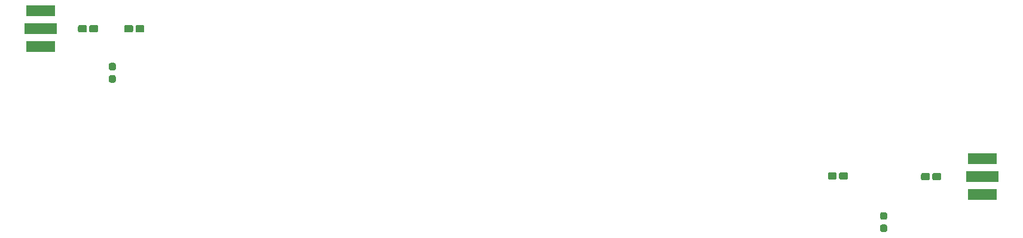
<source format=gbr>
G04 #@! TF.GenerationSoftware,KiCad,Pcbnew,5.1.2-f72e74a~84~ubuntu18.04.1*
G04 #@! TF.CreationDate,2019-11-13T16:28:08+01:00*
G04 #@! TF.ProjectId,filter_without_ind_cap,66696c74-6572-45f7-9769-74686f75745f,rev?*
G04 #@! TF.SameCoordinates,Original*
G04 #@! TF.FileFunction,Paste,Top*
G04 #@! TF.FilePolarity,Positive*
%FSLAX46Y46*%
G04 Gerber Fmt 4.6, Leading zero omitted, Abs format (unit mm)*
G04 Created by KiCad (PCBNEW 5.1.2-f72e74a~84~ubuntu18.04.1) date 2019-11-13 16:28:08*
%MOMM*%
%LPD*%
G04 APERTURE LIST*
%ADD10C,0.100000*%
%ADD11C,0.950000*%
%ADD12C,1.050000*%
%ADD13R,4.060000X1.520000*%
%ADD14R,4.600000X1.520000*%
G04 APERTURE END LIST*
D10*
G36*
X204730779Y-117486144D02*
G01*
X204753834Y-117489563D01*
X204776443Y-117495227D01*
X204798387Y-117503079D01*
X204819457Y-117513044D01*
X204839448Y-117525026D01*
X204858168Y-117538910D01*
X204875438Y-117554562D01*
X204891090Y-117571832D01*
X204904974Y-117590552D01*
X204916956Y-117610543D01*
X204926921Y-117631613D01*
X204934773Y-117653557D01*
X204940437Y-117676166D01*
X204943856Y-117699221D01*
X204945000Y-117722500D01*
X204945000Y-118297500D01*
X204943856Y-118320779D01*
X204940437Y-118343834D01*
X204934773Y-118366443D01*
X204926921Y-118388387D01*
X204916956Y-118409457D01*
X204904974Y-118429448D01*
X204891090Y-118448168D01*
X204875438Y-118465438D01*
X204858168Y-118481090D01*
X204839448Y-118494974D01*
X204819457Y-118506956D01*
X204798387Y-118516921D01*
X204776443Y-118524773D01*
X204753834Y-118530437D01*
X204730779Y-118533856D01*
X204707500Y-118535000D01*
X204232500Y-118535000D01*
X204209221Y-118533856D01*
X204186166Y-118530437D01*
X204163557Y-118524773D01*
X204141613Y-118516921D01*
X204120543Y-118506956D01*
X204100552Y-118494974D01*
X204081832Y-118481090D01*
X204064562Y-118465438D01*
X204048910Y-118448168D01*
X204035026Y-118429448D01*
X204023044Y-118409457D01*
X204013079Y-118388387D01*
X204005227Y-118366443D01*
X203999563Y-118343834D01*
X203996144Y-118320779D01*
X203995000Y-118297500D01*
X203995000Y-117722500D01*
X203996144Y-117699221D01*
X203999563Y-117676166D01*
X204005227Y-117653557D01*
X204013079Y-117631613D01*
X204023044Y-117610543D01*
X204035026Y-117590552D01*
X204048910Y-117571832D01*
X204064562Y-117554562D01*
X204081832Y-117538910D01*
X204100552Y-117525026D01*
X204120543Y-117513044D01*
X204141613Y-117503079D01*
X204163557Y-117495227D01*
X204186166Y-117489563D01*
X204209221Y-117486144D01*
X204232500Y-117485000D01*
X204707500Y-117485000D01*
X204730779Y-117486144D01*
X204730779Y-117486144D01*
G37*
D11*
X204470000Y-118010000D03*
D10*
G36*
X204730779Y-119236144D02*
G01*
X204753834Y-119239563D01*
X204776443Y-119245227D01*
X204798387Y-119253079D01*
X204819457Y-119263044D01*
X204839448Y-119275026D01*
X204858168Y-119288910D01*
X204875438Y-119304562D01*
X204891090Y-119321832D01*
X204904974Y-119340552D01*
X204916956Y-119360543D01*
X204926921Y-119381613D01*
X204934773Y-119403557D01*
X204940437Y-119426166D01*
X204943856Y-119449221D01*
X204945000Y-119472500D01*
X204945000Y-120047500D01*
X204943856Y-120070779D01*
X204940437Y-120093834D01*
X204934773Y-120116443D01*
X204926921Y-120138387D01*
X204916956Y-120159457D01*
X204904974Y-120179448D01*
X204891090Y-120198168D01*
X204875438Y-120215438D01*
X204858168Y-120231090D01*
X204839448Y-120244974D01*
X204819457Y-120256956D01*
X204798387Y-120266921D01*
X204776443Y-120274773D01*
X204753834Y-120280437D01*
X204730779Y-120283856D01*
X204707500Y-120285000D01*
X204232500Y-120285000D01*
X204209221Y-120283856D01*
X204186166Y-120280437D01*
X204163557Y-120274773D01*
X204141613Y-120266921D01*
X204120543Y-120256956D01*
X204100552Y-120244974D01*
X204081832Y-120231090D01*
X204064562Y-120215438D01*
X204048910Y-120198168D01*
X204035026Y-120179448D01*
X204023044Y-120159457D01*
X204013079Y-120138387D01*
X204005227Y-120116443D01*
X203999563Y-120093834D01*
X203996144Y-120070779D01*
X203995000Y-120047500D01*
X203995000Y-119472500D01*
X203996144Y-119449221D01*
X203999563Y-119426166D01*
X204005227Y-119403557D01*
X204013079Y-119381613D01*
X204023044Y-119360543D01*
X204035026Y-119340552D01*
X204048910Y-119321832D01*
X204064562Y-119304562D01*
X204081832Y-119288910D01*
X204100552Y-119275026D01*
X204120543Y-119263044D01*
X204141613Y-119253079D01*
X204163557Y-119245227D01*
X204186166Y-119239563D01*
X204209221Y-119236144D01*
X204232500Y-119235000D01*
X204707500Y-119235000D01*
X204730779Y-119236144D01*
X204730779Y-119236144D01*
G37*
D11*
X204470000Y-119760000D03*
D10*
G36*
X95510779Y-98036144D02*
G01*
X95533834Y-98039563D01*
X95556443Y-98045227D01*
X95578387Y-98053079D01*
X95599457Y-98063044D01*
X95619448Y-98075026D01*
X95638168Y-98088910D01*
X95655438Y-98104562D01*
X95671090Y-98121832D01*
X95684974Y-98140552D01*
X95696956Y-98160543D01*
X95706921Y-98181613D01*
X95714773Y-98203557D01*
X95720437Y-98226166D01*
X95723856Y-98249221D01*
X95725000Y-98272500D01*
X95725000Y-98847500D01*
X95723856Y-98870779D01*
X95720437Y-98893834D01*
X95714773Y-98916443D01*
X95706921Y-98938387D01*
X95696956Y-98959457D01*
X95684974Y-98979448D01*
X95671090Y-98998168D01*
X95655438Y-99015438D01*
X95638168Y-99031090D01*
X95619448Y-99044974D01*
X95599457Y-99056956D01*
X95578387Y-99066921D01*
X95556443Y-99074773D01*
X95533834Y-99080437D01*
X95510779Y-99083856D01*
X95487500Y-99085000D01*
X95012500Y-99085000D01*
X94989221Y-99083856D01*
X94966166Y-99080437D01*
X94943557Y-99074773D01*
X94921613Y-99066921D01*
X94900543Y-99056956D01*
X94880552Y-99044974D01*
X94861832Y-99031090D01*
X94844562Y-99015438D01*
X94828910Y-98998168D01*
X94815026Y-98979448D01*
X94803044Y-98959457D01*
X94793079Y-98938387D01*
X94785227Y-98916443D01*
X94779563Y-98893834D01*
X94776144Y-98870779D01*
X94775000Y-98847500D01*
X94775000Y-98272500D01*
X94776144Y-98249221D01*
X94779563Y-98226166D01*
X94785227Y-98203557D01*
X94793079Y-98181613D01*
X94803044Y-98160543D01*
X94815026Y-98140552D01*
X94828910Y-98121832D01*
X94844562Y-98104562D01*
X94861832Y-98088910D01*
X94880552Y-98075026D01*
X94900543Y-98063044D01*
X94921613Y-98053079D01*
X94943557Y-98045227D01*
X94966166Y-98039563D01*
X94989221Y-98036144D01*
X95012500Y-98035000D01*
X95487500Y-98035000D01*
X95510779Y-98036144D01*
X95510779Y-98036144D01*
G37*
D11*
X95250000Y-98560000D03*
D10*
G36*
X95510779Y-96286144D02*
G01*
X95533834Y-96289563D01*
X95556443Y-96295227D01*
X95578387Y-96303079D01*
X95599457Y-96313044D01*
X95619448Y-96325026D01*
X95638168Y-96338910D01*
X95655438Y-96354562D01*
X95671090Y-96371832D01*
X95684974Y-96390552D01*
X95696956Y-96410543D01*
X95706921Y-96431613D01*
X95714773Y-96453557D01*
X95720437Y-96476166D01*
X95723856Y-96499221D01*
X95725000Y-96522500D01*
X95725000Y-97097500D01*
X95723856Y-97120779D01*
X95720437Y-97143834D01*
X95714773Y-97166443D01*
X95706921Y-97188387D01*
X95696956Y-97209457D01*
X95684974Y-97229448D01*
X95671090Y-97248168D01*
X95655438Y-97265438D01*
X95638168Y-97281090D01*
X95619448Y-97294974D01*
X95599457Y-97306956D01*
X95578387Y-97316921D01*
X95556443Y-97324773D01*
X95533834Y-97330437D01*
X95510779Y-97333856D01*
X95487500Y-97335000D01*
X95012500Y-97335000D01*
X94989221Y-97333856D01*
X94966166Y-97330437D01*
X94943557Y-97324773D01*
X94921613Y-97316921D01*
X94900543Y-97306956D01*
X94880552Y-97294974D01*
X94861832Y-97281090D01*
X94844562Y-97265438D01*
X94828910Y-97248168D01*
X94815026Y-97229448D01*
X94803044Y-97209457D01*
X94793079Y-97188387D01*
X94785227Y-97166443D01*
X94779563Y-97143834D01*
X94776144Y-97120779D01*
X94775000Y-97097500D01*
X94775000Y-96522500D01*
X94776144Y-96499221D01*
X94779563Y-96476166D01*
X94785227Y-96453557D01*
X94793079Y-96431613D01*
X94803044Y-96410543D01*
X94815026Y-96390552D01*
X94828910Y-96371832D01*
X94844562Y-96354562D01*
X94861832Y-96338910D01*
X94880552Y-96325026D01*
X94900543Y-96313044D01*
X94921613Y-96303079D01*
X94943557Y-96295227D01*
X94966166Y-96289563D01*
X94989221Y-96286144D01*
X95012500Y-96285000D01*
X95487500Y-96285000D01*
X95510779Y-96286144D01*
X95510779Y-96286144D01*
G37*
D11*
X95250000Y-96810000D03*
D10*
G36*
X197589505Y-111806204D02*
G01*
X197613773Y-111809804D01*
X197637572Y-111815765D01*
X197660671Y-111824030D01*
X197682850Y-111834520D01*
X197703893Y-111847132D01*
X197723599Y-111861747D01*
X197741777Y-111878223D01*
X197758253Y-111896401D01*
X197772868Y-111916107D01*
X197785480Y-111937150D01*
X197795970Y-111959329D01*
X197804235Y-111982428D01*
X197810196Y-112006227D01*
X197813796Y-112030495D01*
X197815000Y-112054999D01*
X197815000Y-112605001D01*
X197813796Y-112629505D01*
X197810196Y-112653773D01*
X197804235Y-112677572D01*
X197795970Y-112700671D01*
X197785480Y-112722850D01*
X197772868Y-112743893D01*
X197758253Y-112763599D01*
X197741777Y-112781777D01*
X197723599Y-112798253D01*
X197703893Y-112812868D01*
X197682850Y-112825480D01*
X197660671Y-112835970D01*
X197637572Y-112844235D01*
X197613773Y-112850196D01*
X197589505Y-112853796D01*
X197565001Y-112855000D01*
X196814999Y-112855000D01*
X196790495Y-112853796D01*
X196766227Y-112850196D01*
X196742428Y-112844235D01*
X196719329Y-112835970D01*
X196697150Y-112825480D01*
X196676107Y-112812868D01*
X196656401Y-112798253D01*
X196638223Y-112781777D01*
X196621747Y-112763599D01*
X196607132Y-112743893D01*
X196594520Y-112722850D01*
X196584030Y-112700671D01*
X196575765Y-112677572D01*
X196569804Y-112653773D01*
X196566204Y-112629505D01*
X196565000Y-112605001D01*
X196565000Y-112054999D01*
X196566204Y-112030495D01*
X196569804Y-112006227D01*
X196575765Y-111982428D01*
X196584030Y-111959329D01*
X196594520Y-111937150D01*
X196607132Y-111916107D01*
X196621747Y-111896401D01*
X196638223Y-111878223D01*
X196656401Y-111861747D01*
X196676107Y-111847132D01*
X196697150Y-111834520D01*
X196719329Y-111824030D01*
X196742428Y-111815765D01*
X196766227Y-111809804D01*
X196790495Y-111806204D01*
X196814999Y-111805000D01*
X197565001Y-111805000D01*
X197589505Y-111806204D01*
X197589505Y-111806204D01*
G37*
D12*
X197190000Y-112330000D03*
D10*
G36*
X199189505Y-111806204D02*
G01*
X199213773Y-111809804D01*
X199237572Y-111815765D01*
X199260671Y-111824030D01*
X199282850Y-111834520D01*
X199303893Y-111847132D01*
X199323599Y-111861747D01*
X199341777Y-111878223D01*
X199358253Y-111896401D01*
X199372868Y-111916107D01*
X199385480Y-111937150D01*
X199395970Y-111959329D01*
X199404235Y-111982428D01*
X199410196Y-112006227D01*
X199413796Y-112030495D01*
X199415000Y-112054999D01*
X199415000Y-112605001D01*
X199413796Y-112629505D01*
X199410196Y-112653773D01*
X199404235Y-112677572D01*
X199395970Y-112700671D01*
X199385480Y-112722850D01*
X199372868Y-112743893D01*
X199358253Y-112763599D01*
X199341777Y-112781777D01*
X199323599Y-112798253D01*
X199303893Y-112812868D01*
X199282850Y-112825480D01*
X199260671Y-112835970D01*
X199237572Y-112844235D01*
X199213773Y-112850196D01*
X199189505Y-112853796D01*
X199165001Y-112855000D01*
X198414999Y-112855000D01*
X198390495Y-112853796D01*
X198366227Y-112850196D01*
X198342428Y-112844235D01*
X198319329Y-112835970D01*
X198297150Y-112825480D01*
X198276107Y-112812868D01*
X198256401Y-112798253D01*
X198238223Y-112781777D01*
X198221747Y-112763599D01*
X198207132Y-112743893D01*
X198194520Y-112722850D01*
X198184030Y-112700671D01*
X198175765Y-112677572D01*
X198169804Y-112653773D01*
X198166204Y-112629505D01*
X198165000Y-112605001D01*
X198165000Y-112054999D01*
X198166204Y-112030495D01*
X198169804Y-112006227D01*
X198175765Y-111982428D01*
X198184030Y-111959329D01*
X198194520Y-111937150D01*
X198207132Y-111916107D01*
X198221747Y-111896401D01*
X198238223Y-111878223D01*
X198256401Y-111861747D01*
X198276107Y-111847132D01*
X198297150Y-111834520D01*
X198319329Y-111824030D01*
X198342428Y-111815765D01*
X198366227Y-111809804D01*
X198390495Y-111806204D01*
X198414999Y-111805000D01*
X199165001Y-111805000D01*
X199189505Y-111806204D01*
X199189505Y-111806204D01*
G37*
D12*
X198790000Y-112330000D03*
D10*
G36*
X99559505Y-90916204D02*
G01*
X99583773Y-90919804D01*
X99607572Y-90925765D01*
X99630671Y-90934030D01*
X99652850Y-90944520D01*
X99673893Y-90957132D01*
X99693599Y-90971747D01*
X99711777Y-90988223D01*
X99728253Y-91006401D01*
X99742868Y-91026107D01*
X99755480Y-91047150D01*
X99765970Y-91069329D01*
X99774235Y-91092428D01*
X99780196Y-91116227D01*
X99783796Y-91140495D01*
X99785000Y-91164999D01*
X99785000Y-91715001D01*
X99783796Y-91739505D01*
X99780196Y-91763773D01*
X99774235Y-91787572D01*
X99765970Y-91810671D01*
X99755480Y-91832850D01*
X99742868Y-91853893D01*
X99728253Y-91873599D01*
X99711777Y-91891777D01*
X99693599Y-91908253D01*
X99673893Y-91922868D01*
X99652850Y-91935480D01*
X99630671Y-91945970D01*
X99607572Y-91954235D01*
X99583773Y-91960196D01*
X99559505Y-91963796D01*
X99535001Y-91965000D01*
X98784999Y-91965000D01*
X98760495Y-91963796D01*
X98736227Y-91960196D01*
X98712428Y-91954235D01*
X98689329Y-91945970D01*
X98667150Y-91935480D01*
X98646107Y-91922868D01*
X98626401Y-91908253D01*
X98608223Y-91891777D01*
X98591747Y-91873599D01*
X98577132Y-91853893D01*
X98564520Y-91832850D01*
X98554030Y-91810671D01*
X98545765Y-91787572D01*
X98539804Y-91763773D01*
X98536204Y-91739505D01*
X98535000Y-91715001D01*
X98535000Y-91164999D01*
X98536204Y-91140495D01*
X98539804Y-91116227D01*
X98545765Y-91092428D01*
X98554030Y-91069329D01*
X98564520Y-91047150D01*
X98577132Y-91026107D01*
X98591747Y-91006401D01*
X98608223Y-90988223D01*
X98626401Y-90971747D01*
X98646107Y-90957132D01*
X98667150Y-90944520D01*
X98689329Y-90934030D01*
X98712428Y-90925765D01*
X98736227Y-90919804D01*
X98760495Y-90916204D01*
X98784999Y-90915000D01*
X99535001Y-90915000D01*
X99559505Y-90916204D01*
X99559505Y-90916204D01*
G37*
D12*
X99160000Y-91440000D03*
D10*
G36*
X97959505Y-90916204D02*
G01*
X97983773Y-90919804D01*
X98007572Y-90925765D01*
X98030671Y-90934030D01*
X98052850Y-90944520D01*
X98073893Y-90957132D01*
X98093599Y-90971747D01*
X98111777Y-90988223D01*
X98128253Y-91006401D01*
X98142868Y-91026107D01*
X98155480Y-91047150D01*
X98165970Y-91069329D01*
X98174235Y-91092428D01*
X98180196Y-91116227D01*
X98183796Y-91140495D01*
X98185000Y-91164999D01*
X98185000Y-91715001D01*
X98183796Y-91739505D01*
X98180196Y-91763773D01*
X98174235Y-91787572D01*
X98165970Y-91810671D01*
X98155480Y-91832850D01*
X98142868Y-91853893D01*
X98128253Y-91873599D01*
X98111777Y-91891777D01*
X98093599Y-91908253D01*
X98073893Y-91922868D01*
X98052850Y-91935480D01*
X98030671Y-91945970D01*
X98007572Y-91954235D01*
X97983773Y-91960196D01*
X97959505Y-91963796D01*
X97935001Y-91965000D01*
X97184999Y-91965000D01*
X97160495Y-91963796D01*
X97136227Y-91960196D01*
X97112428Y-91954235D01*
X97089329Y-91945970D01*
X97067150Y-91935480D01*
X97046107Y-91922868D01*
X97026401Y-91908253D01*
X97008223Y-91891777D01*
X96991747Y-91873599D01*
X96977132Y-91853893D01*
X96964520Y-91832850D01*
X96954030Y-91810671D01*
X96945765Y-91787572D01*
X96939804Y-91763773D01*
X96936204Y-91739505D01*
X96935000Y-91715001D01*
X96935000Y-91164999D01*
X96936204Y-91140495D01*
X96939804Y-91116227D01*
X96945765Y-91092428D01*
X96954030Y-91069329D01*
X96964520Y-91047150D01*
X96977132Y-91026107D01*
X96991747Y-91006401D01*
X97008223Y-90988223D01*
X97026401Y-90971747D01*
X97046107Y-90957132D01*
X97067150Y-90944520D01*
X97089329Y-90934030D01*
X97112428Y-90925765D01*
X97136227Y-90919804D01*
X97160495Y-90916204D01*
X97184999Y-90915000D01*
X97935001Y-90915000D01*
X97959505Y-90916204D01*
X97959505Y-90916204D01*
G37*
D12*
X97560000Y-91440000D03*
D10*
G36*
X210789505Y-111906204D02*
G01*
X210813773Y-111909804D01*
X210837572Y-111915765D01*
X210860671Y-111924030D01*
X210882850Y-111934520D01*
X210903893Y-111947132D01*
X210923599Y-111961747D01*
X210941777Y-111978223D01*
X210958253Y-111996401D01*
X210972868Y-112016107D01*
X210985480Y-112037150D01*
X210995970Y-112059329D01*
X211004235Y-112082428D01*
X211010196Y-112106227D01*
X211013796Y-112130495D01*
X211015000Y-112154999D01*
X211015000Y-112705001D01*
X211013796Y-112729505D01*
X211010196Y-112753773D01*
X211004235Y-112777572D01*
X210995970Y-112800671D01*
X210985480Y-112822850D01*
X210972868Y-112843893D01*
X210958253Y-112863599D01*
X210941777Y-112881777D01*
X210923599Y-112898253D01*
X210903893Y-112912868D01*
X210882850Y-112925480D01*
X210860671Y-112935970D01*
X210837572Y-112944235D01*
X210813773Y-112950196D01*
X210789505Y-112953796D01*
X210765001Y-112955000D01*
X210014999Y-112955000D01*
X209990495Y-112953796D01*
X209966227Y-112950196D01*
X209942428Y-112944235D01*
X209919329Y-112935970D01*
X209897150Y-112925480D01*
X209876107Y-112912868D01*
X209856401Y-112898253D01*
X209838223Y-112881777D01*
X209821747Y-112863599D01*
X209807132Y-112843893D01*
X209794520Y-112822850D01*
X209784030Y-112800671D01*
X209775765Y-112777572D01*
X209769804Y-112753773D01*
X209766204Y-112729505D01*
X209765000Y-112705001D01*
X209765000Y-112154999D01*
X209766204Y-112130495D01*
X209769804Y-112106227D01*
X209775765Y-112082428D01*
X209784030Y-112059329D01*
X209794520Y-112037150D01*
X209807132Y-112016107D01*
X209821747Y-111996401D01*
X209838223Y-111978223D01*
X209856401Y-111961747D01*
X209876107Y-111947132D01*
X209897150Y-111934520D01*
X209919329Y-111924030D01*
X209942428Y-111915765D01*
X209966227Y-111909804D01*
X209990495Y-111906204D01*
X210014999Y-111905000D01*
X210765001Y-111905000D01*
X210789505Y-111906204D01*
X210789505Y-111906204D01*
G37*
D12*
X210390000Y-112430000D03*
D10*
G36*
X212389505Y-111906204D02*
G01*
X212413773Y-111909804D01*
X212437572Y-111915765D01*
X212460671Y-111924030D01*
X212482850Y-111934520D01*
X212503893Y-111947132D01*
X212523599Y-111961747D01*
X212541777Y-111978223D01*
X212558253Y-111996401D01*
X212572868Y-112016107D01*
X212585480Y-112037150D01*
X212595970Y-112059329D01*
X212604235Y-112082428D01*
X212610196Y-112106227D01*
X212613796Y-112130495D01*
X212615000Y-112154999D01*
X212615000Y-112705001D01*
X212613796Y-112729505D01*
X212610196Y-112753773D01*
X212604235Y-112777572D01*
X212595970Y-112800671D01*
X212585480Y-112822850D01*
X212572868Y-112843893D01*
X212558253Y-112863599D01*
X212541777Y-112881777D01*
X212523599Y-112898253D01*
X212503893Y-112912868D01*
X212482850Y-112925480D01*
X212460671Y-112935970D01*
X212437572Y-112944235D01*
X212413773Y-112950196D01*
X212389505Y-112953796D01*
X212365001Y-112955000D01*
X211614999Y-112955000D01*
X211590495Y-112953796D01*
X211566227Y-112950196D01*
X211542428Y-112944235D01*
X211519329Y-112935970D01*
X211497150Y-112925480D01*
X211476107Y-112912868D01*
X211456401Y-112898253D01*
X211438223Y-112881777D01*
X211421747Y-112863599D01*
X211407132Y-112843893D01*
X211394520Y-112822850D01*
X211384030Y-112800671D01*
X211375765Y-112777572D01*
X211369804Y-112753773D01*
X211366204Y-112729505D01*
X211365000Y-112705001D01*
X211365000Y-112154999D01*
X211366204Y-112130495D01*
X211369804Y-112106227D01*
X211375765Y-112082428D01*
X211384030Y-112059329D01*
X211394520Y-112037150D01*
X211407132Y-112016107D01*
X211421747Y-111996401D01*
X211438223Y-111978223D01*
X211456401Y-111961747D01*
X211476107Y-111947132D01*
X211497150Y-111934520D01*
X211519329Y-111924030D01*
X211542428Y-111915765D01*
X211566227Y-111909804D01*
X211590495Y-111906204D01*
X211614999Y-111905000D01*
X212365001Y-111905000D01*
X212389505Y-111906204D01*
X212389505Y-111906204D01*
G37*
D12*
X211990000Y-112430000D03*
D10*
G36*
X91409505Y-90916204D02*
G01*
X91433773Y-90919804D01*
X91457572Y-90925765D01*
X91480671Y-90934030D01*
X91502850Y-90944520D01*
X91523893Y-90957132D01*
X91543599Y-90971747D01*
X91561777Y-90988223D01*
X91578253Y-91006401D01*
X91592868Y-91026107D01*
X91605480Y-91047150D01*
X91615970Y-91069329D01*
X91624235Y-91092428D01*
X91630196Y-91116227D01*
X91633796Y-91140495D01*
X91635000Y-91164999D01*
X91635000Y-91715001D01*
X91633796Y-91739505D01*
X91630196Y-91763773D01*
X91624235Y-91787572D01*
X91615970Y-91810671D01*
X91605480Y-91832850D01*
X91592868Y-91853893D01*
X91578253Y-91873599D01*
X91561777Y-91891777D01*
X91543599Y-91908253D01*
X91523893Y-91922868D01*
X91502850Y-91935480D01*
X91480671Y-91945970D01*
X91457572Y-91954235D01*
X91433773Y-91960196D01*
X91409505Y-91963796D01*
X91385001Y-91965000D01*
X90634999Y-91965000D01*
X90610495Y-91963796D01*
X90586227Y-91960196D01*
X90562428Y-91954235D01*
X90539329Y-91945970D01*
X90517150Y-91935480D01*
X90496107Y-91922868D01*
X90476401Y-91908253D01*
X90458223Y-91891777D01*
X90441747Y-91873599D01*
X90427132Y-91853893D01*
X90414520Y-91832850D01*
X90404030Y-91810671D01*
X90395765Y-91787572D01*
X90389804Y-91763773D01*
X90386204Y-91739505D01*
X90385000Y-91715001D01*
X90385000Y-91164999D01*
X90386204Y-91140495D01*
X90389804Y-91116227D01*
X90395765Y-91092428D01*
X90404030Y-91069329D01*
X90414520Y-91047150D01*
X90427132Y-91026107D01*
X90441747Y-91006401D01*
X90458223Y-90988223D01*
X90476401Y-90971747D01*
X90496107Y-90957132D01*
X90517150Y-90944520D01*
X90539329Y-90934030D01*
X90562428Y-90925765D01*
X90586227Y-90919804D01*
X90610495Y-90916204D01*
X90634999Y-90915000D01*
X91385001Y-90915000D01*
X91409505Y-90916204D01*
X91409505Y-90916204D01*
G37*
D12*
X91010000Y-91440000D03*
D10*
G36*
X93009505Y-90916204D02*
G01*
X93033773Y-90919804D01*
X93057572Y-90925765D01*
X93080671Y-90934030D01*
X93102850Y-90944520D01*
X93123893Y-90957132D01*
X93143599Y-90971747D01*
X93161777Y-90988223D01*
X93178253Y-91006401D01*
X93192868Y-91026107D01*
X93205480Y-91047150D01*
X93215970Y-91069329D01*
X93224235Y-91092428D01*
X93230196Y-91116227D01*
X93233796Y-91140495D01*
X93235000Y-91164999D01*
X93235000Y-91715001D01*
X93233796Y-91739505D01*
X93230196Y-91763773D01*
X93224235Y-91787572D01*
X93215970Y-91810671D01*
X93205480Y-91832850D01*
X93192868Y-91853893D01*
X93178253Y-91873599D01*
X93161777Y-91891777D01*
X93143599Y-91908253D01*
X93123893Y-91922868D01*
X93102850Y-91935480D01*
X93080671Y-91945970D01*
X93057572Y-91954235D01*
X93033773Y-91960196D01*
X93009505Y-91963796D01*
X92985001Y-91965000D01*
X92234999Y-91965000D01*
X92210495Y-91963796D01*
X92186227Y-91960196D01*
X92162428Y-91954235D01*
X92139329Y-91945970D01*
X92117150Y-91935480D01*
X92096107Y-91922868D01*
X92076401Y-91908253D01*
X92058223Y-91891777D01*
X92041747Y-91873599D01*
X92027132Y-91853893D01*
X92014520Y-91832850D01*
X92004030Y-91810671D01*
X91995765Y-91787572D01*
X91989804Y-91763773D01*
X91986204Y-91739505D01*
X91985000Y-91715001D01*
X91985000Y-91164999D01*
X91986204Y-91140495D01*
X91989804Y-91116227D01*
X91995765Y-91092428D01*
X92004030Y-91069329D01*
X92014520Y-91047150D01*
X92027132Y-91026107D01*
X92041747Y-91006401D01*
X92058223Y-90988223D01*
X92076401Y-90971747D01*
X92096107Y-90957132D01*
X92117150Y-90944520D01*
X92139329Y-90934030D01*
X92162428Y-90925765D01*
X92186227Y-90919804D01*
X92210495Y-90916204D01*
X92234999Y-90915000D01*
X92985001Y-90915000D01*
X93009505Y-90916204D01*
X93009505Y-90916204D01*
G37*
D12*
X92610000Y-91440000D03*
D13*
X218440000Y-114950000D03*
X218440000Y-109870000D03*
D14*
X218440000Y-112410000D03*
D13*
X85090000Y-88900000D03*
X85090000Y-93980000D03*
D14*
X85090000Y-91440000D03*
M02*

</source>
